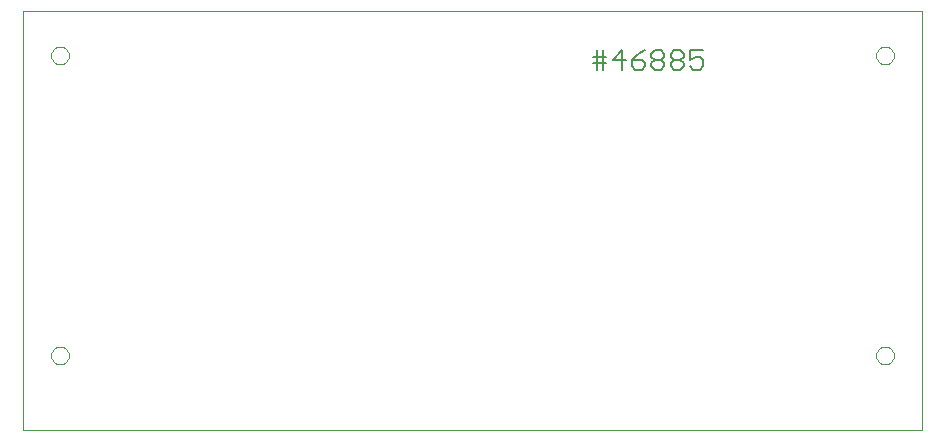
<source format=gbo>
G75*
G70*
%OFA0B0*%
%FSLAX24Y24*%
%IPPOS*%
%LPD*%
%AMOC8*
5,1,8,0,0,1.08239X$1,22.5*
%
%ADD10C,0.0000*%
%ADD11C,0.0060*%
D10*
X000101Y000151D02*
X000101Y014147D01*
X030096Y014147D01*
X030096Y000151D01*
X000101Y000151D01*
X001056Y002651D02*
X001058Y002685D01*
X001064Y002719D01*
X001074Y002752D01*
X001087Y002783D01*
X001105Y002813D01*
X001125Y002841D01*
X001149Y002866D01*
X001175Y002888D01*
X001203Y002906D01*
X001234Y002922D01*
X001266Y002934D01*
X001300Y002942D01*
X001334Y002946D01*
X001368Y002946D01*
X001402Y002942D01*
X001436Y002934D01*
X001468Y002922D01*
X001498Y002906D01*
X001527Y002888D01*
X001553Y002866D01*
X001577Y002841D01*
X001597Y002813D01*
X001615Y002783D01*
X001628Y002752D01*
X001638Y002719D01*
X001644Y002685D01*
X001646Y002651D01*
X001644Y002617D01*
X001638Y002583D01*
X001628Y002550D01*
X001615Y002519D01*
X001597Y002489D01*
X001577Y002461D01*
X001553Y002436D01*
X001527Y002414D01*
X001499Y002396D01*
X001468Y002380D01*
X001436Y002368D01*
X001402Y002360D01*
X001368Y002356D01*
X001334Y002356D01*
X001300Y002360D01*
X001266Y002368D01*
X001234Y002380D01*
X001203Y002396D01*
X001175Y002414D01*
X001149Y002436D01*
X001125Y002461D01*
X001105Y002489D01*
X001087Y002519D01*
X001074Y002550D01*
X001064Y002583D01*
X001058Y002617D01*
X001056Y002651D01*
X001056Y012651D02*
X001058Y012685D01*
X001064Y012719D01*
X001074Y012752D01*
X001087Y012783D01*
X001105Y012813D01*
X001125Y012841D01*
X001149Y012866D01*
X001175Y012888D01*
X001203Y012906D01*
X001234Y012922D01*
X001266Y012934D01*
X001300Y012942D01*
X001334Y012946D01*
X001368Y012946D01*
X001402Y012942D01*
X001436Y012934D01*
X001468Y012922D01*
X001498Y012906D01*
X001527Y012888D01*
X001553Y012866D01*
X001577Y012841D01*
X001597Y012813D01*
X001615Y012783D01*
X001628Y012752D01*
X001638Y012719D01*
X001644Y012685D01*
X001646Y012651D01*
X001644Y012617D01*
X001638Y012583D01*
X001628Y012550D01*
X001615Y012519D01*
X001597Y012489D01*
X001577Y012461D01*
X001553Y012436D01*
X001527Y012414D01*
X001499Y012396D01*
X001468Y012380D01*
X001436Y012368D01*
X001402Y012360D01*
X001368Y012356D01*
X001334Y012356D01*
X001300Y012360D01*
X001266Y012368D01*
X001234Y012380D01*
X001203Y012396D01*
X001175Y012414D01*
X001149Y012436D01*
X001125Y012461D01*
X001105Y012489D01*
X001087Y012519D01*
X001074Y012550D01*
X001064Y012583D01*
X001058Y012617D01*
X001056Y012651D01*
X028556Y012651D02*
X028558Y012685D01*
X028564Y012719D01*
X028574Y012752D01*
X028587Y012783D01*
X028605Y012813D01*
X028625Y012841D01*
X028649Y012866D01*
X028675Y012888D01*
X028703Y012906D01*
X028734Y012922D01*
X028766Y012934D01*
X028800Y012942D01*
X028834Y012946D01*
X028868Y012946D01*
X028902Y012942D01*
X028936Y012934D01*
X028968Y012922D01*
X028998Y012906D01*
X029027Y012888D01*
X029053Y012866D01*
X029077Y012841D01*
X029097Y012813D01*
X029115Y012783D01*
X029128Y012752D01*
X029138Y012719D01*
X029144Y012685D01*
X029146Y012651D01*
X029144Y012617D01*
X029138Y012583D01*
X029128Y012550D01*
X029115Y012519D01*
X029097Y012489D01*
X029077Y012461D01*
X029053Y012436D01*
X029027Y012414D01*
X028999Y012396D01*
X028968Y012380D01*
X028936Y012368D01*
X028902Y012360D01*
X028868Y012356D01*
X028834Y012356D01*
X028800Y012360D01*
X028766Y012368D01*
X028734Y012380D01*
X028703Y012396D01*
X028675Y012414D01*
X028649Y012436D01*
X028625Y012461D01*
X028605Y012489D01*
X028587Y012519D01*
X028574Y012550D01*
X028564Y012583D01*
X028558Y012617D01*
X028556Y012651D01*
X028556Y002651D02*
X028558Y002685D01*
X028564Y002719D01*
X028574Y002752D01*
X028587Y002783D01*
X028605Y002813D01*
X028625Y002841D01*
X028649Y002866D01*
X028675Y002888D01*
X028703Y002906D01*
X028734Y002922D01*
X028766Y002934D01*
X028800Y002942D01*
X028834Y002946D01*
X028868Y002946D01*
X028902Y002942D01*
X028936Y002934D01*
X028968Y002922D01*
X028998Y002906D01*
X029027Y002888D01*
X029053Y002866D01*
X029077Y002841D01*
X029097Y002813D01*
X029115Y002783D01*
X029128Y002752D01*
X029138Y002719D01*
X029144Y002685D01*
X029146Y002651D01*
X029144Y002617D01*
X029138Y002583D01*
X029128Y002550D01*
X029115Y002519D01*
X029097Y002489D01*
X029077Y002461D01*
X029053Y002436D01*
X029027Y002414D01*
X028999Y002396D01*
X028968Y002380D01*
X028936Y002368D01*
X028902Y002360D01*
X028868Y002356D01*
X028834Y002356D01*
X028800Y002360D01*
X028766Y002368D01*
X028734Y002380D01*
X028703Y002396D01*
X028675Y002414D01*
X028649Y002436D01*
X028625Y002461D01*
X028605Y002489D01*
X028587Y002519D01*
X028574Y002550D01*
X028564Y002583D01*
X028558Y002617D01*
X028556Y002651D01*
D11*
X022674Y012181D02*
X022460Y012181D01*
X022353Y012288D01*
X022353Y012501D02*
X022567Y012608D01*
X022674Y012608D01*
X022780Y012501D01*
X022780Y012288D01*
X022674Y012181D01*
X022353Y012501D02*
X022353Y012822D01*
X022780Y012822D01*
X022136Y012715D02*
X022136Y012608D01*
X022029Y012501D01*
X021816Y012501D01*
X021709Y012608D01*
X021709Y012715D01*
X021816Y012822D01*
X022029Y012822D01*
X022136Y012715D01*
X022029Y012501D02*
X022136Y012395D01*
X022136Y012288D01*
X022029Y012181D01*
X021816Y012181D01*
X021709Y012288D01*
X021709Y012395D01*
X021816Y012501D01*
X021491Y012395D02*
X021491Y012288D01*
X021385Y012181D01*
X021171Y012181D01*
X021064Y012288D01*
X021064Y012395D01*
X021171Y012501D01*
X021385Y012501D01*
X021491Y012395D01*
X021385Y012501D02*
X021491Y012608D01*
X021491Y012715D01*
X021385Y012822D01*
X021171Y012822D01*
X021064Y012715D01*
X021064Y012608D01*
X021171Y012501D01*
X020847Y012395D02*
X020740Y012501D01*
X020420Y012501D01*
X020420Y012288D01*
X020527Y012181D01*
X020740Y012181D01*
X020847Y012288D01*
X020847Y012395D01*
X020633Y012715D02*
X020420Y012501D01*
X020202Y012501D02*
X019775Y012501D01*
X020096Y012822D01*
X020096Y012181D01*
X019558Y012395D02*
X019131Y012395D01*
X019238Y012181D02*
X019238Y012822D01*
X019451Y012822D02*
X019451Y012181D01*
X019451Y012608D02*
X019131Y012608D01*
X019451Y012608D02*
X019558Y012608D01*
X020633Y012715D02*
X020847Y012822D01*
M02*

</source>
